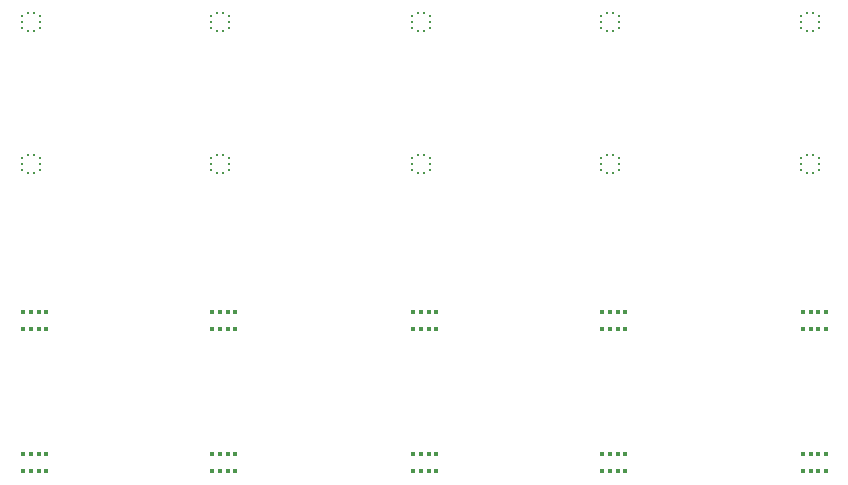
<source format=gtp>
G75*
%MOIN*%
%OFA0B0*%
%FSLAX25Y25*%
%IPPOS*%
%LPD*%
%AMOC8*
5,1,8,0,0,1.08239X$1,22.5*
%
%ADD10R,0.01575X0.01575*%
%ADD11R,0.00984X0.01083*%
%ADD12R,0.01083X0.00984*%
D10*
X0048052Y0044115D03*
X0050611Y0044115D03*
X0053170Y0044115D03*
X0055729Y0044115D03*
X0055729Y0049824D03*
X0053170Y0049824D03*
X0050611Y0049824D03*
X0048052Y0049824D03*
X0048052Y0091359D03*
X0050611Y0091359D03*
X0053170Y0091359D03*
X0055729Y0091359D03*
X0055729Y0097068D03*
X0053170Y0097068D03*
X0050611Y0097068D03*
X0048052Y0097068D03*
X0111044Y0097068D03*
X0113603Y0097068D03*
X0116162Y0097068D03*
X0118721Y0097068D03*
X0118721Y0091359D03*
X0116162Y0091359D03*
X0113603Y0091359D03*
X0111044Y0091359D03*
X0111044Y0049824D03*
X0113603Y0049824D03*
X0116162Y0049824D03*
X0118721Y0049824D03*
X0118721Y0044115D03*
X0116162Y0044115D03*
X0113603Y0044115D03*
X0111044Y0044115D03*
X0177973Y0044115D03*
X0180532Y0044115D03*
X0183091Y0044115D03*
X0185650Y0044115D03*
X0185650Y0049824D03*
X0183091Y0049824D03*
X0180532Y0049824D03*
X0177973Y0049824D03*
X0177973Y0091359D03*
X0180532Y0091359D03*
X0183091Y0091359D03*
X0185650Y0091359D03*
X0185650Y0097068D03*
X0183091Y0097068D03*
X0180532Y0097068D03*
X0177973Y0097068D03*
X0240965Y0097068D03*
X0243524Y0097068D03*
X0246083Y0097068D03*
X0248643Y0097068D03*
X0248643Y0091359D03*
X0246083Y0091359D03*
X0243524Y0091359D03*
X0240965Y0091359D03*
X0240965Y0049824D03*
X0243524Y0049824D03*
X0246083Y0049824D03*
X0248643Y0049824D03*
X0248643Y0044115D03*
X0246083Y0044115D03*
X0243524Y0044115D03*
X0240965Y0044115D03*
X0307894Y0044115D03*
X0310454Y0044115D03*
X0313013Y0044115D03*
X0315572Y0044115D03*
X0315572Y0049824D03*
X0313013Y0049824D03*
X0310454Y0049824D03*
X0307894Y0049824D03*
X0307894Y0091359D03*
X0310454Y0091359D03*
X0313013Y0091359D03*
X0315572Y0091359D03*
X0315572Y0097068D03*
X0313013Y0097068D03*
X0310454Y0097068D03*
X0307894Y0097068D03*
D11*
X0309371Y0143574D03*
X0311339Y0143574D03*
X0311339Y0149578D03*
X0309371Y0149578D03*
X0309371Y0190818D03*
X0311339Y0190818D03*
X0311339Y0196822D03*
X0309371Y0196822D03*
X0244410Y0196822D03*
X0242442Y0196822D03*
X0242442Y0190818D03*
X0244410Y0190818D03*
X0244410Y0149578D03*
X0242442Y0149578D03*
X0242442Y0143574D03*
X0244410Y0143574D03*
X0181418Y0143574D03*
X0179450Y0143574D03*
X0179450Y0149578D03*
X0181418Y0149578D03*
X0181418Y0190818D03*
X0179450Y0190818D03*
X0179450Y0196822D03*
X0181418Y0196822D03*
X0114489Y0196822D03*
X0112520Y0196822D03*
X0112520Y0190818D03*
X0114489Y0190818D03*
X0114489Y0149578D03*
X0112520Y0149578D03*
X0112520Y0143574D03*
X0114489Y0143574D03*
X0051497Y0143574D03*
X0049528Y0143574D03*
X0049528Y0149578D03*
X0051497Y0149578D03*
X0051497Y0190818D03*
X0049528Y0190818D03*
X0049528Y0196822D03*
X0051497Y0196822D03*
D12*
X0053515Y0195788D03*
X0053515Y0193820D03*
X0053515Y0191851D03*
X0047511Y0191851D03*
X0047511Y0193820D03*
X0047511Y0195788D03*
X0110503Y0195788D03*
X0110503Y0193820D03*
X0110503Y0191851D03*
X0116507Y0191851D03*
X0116507Y0193820D03*
X0116507Y0195788D03*
X0177432Y0195788D03*
X0177432Y0193820D03*
X0177432Y0191851D03*
X0183436Y0191851D03*
X0183436Y0193820D03*
X0183436Y0195788D03*
X0240424Y0195788D03*
X0240424Y0193820D03*
X0240424Y0191851D03*
X0246428Y0191851D03*
X0246428Y0193820D03*
X0246428Y0195788D03*
X0307353Y0195788D03*
X0307353Y0193820D03*
X0307353Y0191851D03*
X0313357Y0191851D03*
X0313357Y0193820D03*
X0313357Y0195788D03*
X0313357Y0148544D03*
X0313357Y0146576D03*
X0313357Y0144607D03*
X0307353Y0144607D03*
X0307353Y0146576D03*
X0307353Y0148544D03*
X0246428Y0148544D03*
X0246428Y0146576D03*
X0246428Y0144607D03*
X0240424Y0144607D03*
X0240424Y0146576D03*
X0240424Y0148544D03*
X0183436Y0148544D03*
X0183436Y0146576D03*
X0183436Y0144607D03*
X0177432Y0144607D03*
X0177432Y0146576D03*
X0177432Y0148544D03*
X0116507Y0148544D03*
X0116507Y0146576D03*
X0116507Y0144607D03*
X0110503Y0144607D03*
X0110503Y0146576D03*
X0110503Y0148544D03*
X0053515Y0148544D03*
X0053515Y0146576D03*
X0053515Y0144607D03*
X0047511Y0144607D03*
X0047511Y0146576D03*
X0047511Y0148544D03*
M02*

</source>
